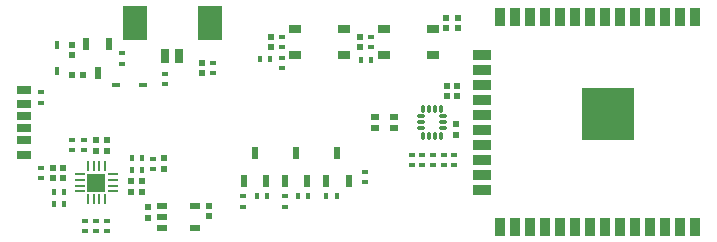
<source format=gtp>
G04*
G04 #@! TF.GenerationSoftware,Altium Limited,Altium Designer,21.0.9 (235)*
G04*
G04 Layer_Color=255*
%FSTAX24Y24*%
%MOIN*%
G70*
G04*
G04 #@! TF.SameCoordinates,F3794B47-591B-43CD-9A24-B45F9C40A272*
G04*
G04*
G04 #@! TF.FilePolarity,Positive*
G04*
G01*
G75*
%ADD21R,0.0591X0.0591*%
%ADD22O,0.0098X0.0354*%
%ADD23O,0.0354X0.0098*%
%ADD24R,0.0315X0.0217*%
%ADD25R,0.0374X0.0236*%
%ADD26R,0.0472X0.0299*%
%ADD27R,0.0472X0.0315*%
%ADD28R,0.0315X0.0512*%
%ADD29R,0.0827X0.1181*%
G04:AMPARAMS|DCode=30|XSize=24mil|YSize=11.8mil|CornerRadius=3mil|HoleSize=0mil|Usage=FLASHONLY|Rotation=90.000|XOffset=0mil|YOffset=0mil|HoleType=Round|Shape=RoundedRectangle|*
%AMROUNDEDRECTD30*
21,1,0.0240,0.0059,0,0,90.0*
21,1,0.0181,0.0118,0,0,90.0*
1,1,0.0059,0.0030,0.0091*
1,1,0.0059,0.0030,-0.0091*
1,1,0.0059,-0.0030,-0.0091*
1,1,0.0059,-0.0030,0.0091*
%
%ADD30ROUNDEDRECTD30*%
G04:AMPARAMS|DCode=31|XSize=24mil|YSize=11.8mil|CornerRadius=3mil|HoleSize=0mil|Usage=FLASHONLY|Rotation=180.000|XOffset=0mil|YOffset=0mil|HoleType=Round|Shape=RoundedRectangle|*
%AMROUNDEDRECTD31*
21,1,0.0240,0.0059,0,0,180.0*
21,1,0.0181,0.0118,0,0,180.0*
1,1,0.0059,-0.0091,0.0030*
1,1,0.0059,0.0091,0.0030*
1,1,0.0059,0.0091,-0.0030*
1,1,0.0059,-0.0091,-0.0030*
%
%ADD31ROUNDEDRECTD31*%
%ADD32R,0.1772X0.1772*%
%ADD33R,0.0354X0.0591*%
%ADD34R,0.0591X0.0354*%
%ADD35R,0.0177X0.0217*%
%ADD36R,0.0217X0.0177*%
%ADD37R,0.0201X0.0201*%
%ADD38R,0.0201X0.0201*%
%ADD39R,0.0413X0.0256*%
%ADD40R,0.0236X0.0394*%
%ADD41R,0.0177X0.0315*%
%ADD42R,0.0315X0.0177*%
D21*
X020315Y019646D02*
D03*
D22*
X02002Y020197D02*
D03*
X020217D02*
D03*
X020413D02*
D03*
X02061D02*
D03*
Y019094D02*
D03*
X020413D02*
D03*
X020217D02*
D03*
X02002D02*
D03*
D23*
X020866Y019941D02*
D03*
Y019744D02*
D03*
Y019547D02*
D03*
Y01935D02*
D03*
X019764D02*
D03*
Y019547D02*
D03*
Y019744D02*
D03*
Y019941D02*
D03*
D24*
X029606Y021831D02*
D03*
Y021476D02*
D03*
X030236D02*
D03*
Y021831D02*
D03*
D25*
X022501Y018874D02*
D03*
Y0185D02*
D03*
Y018126D02*
D03*
X023584D02*
D03*
Y018874D02*
D03*
D26*
X017904Y021055D02*
D03*
Y022252D02*
D03*
Y02185D02*
D03*
Y021457D02*
D03*
D27*
Y020571D02*
D03*
Y022736D02*
D03*
D28*
X022589Y023868D02*
D03*
X023081D02*
D03*
D29*
X021585Y024951D02*
D03*
X024085D02*
D03*
D30*
X031201Y021197D02*
D03*
X031398D02*
D03*
X031594D02*
D03*
X031791D02*
D03*
Y02211D02*
D03*
X031594D02*
D03*
X031398D02*
D03*
X031201D02*
D03*
D31*
X031854Y021457D02*
D03*
Y021654D02*
D03*
Y02185D02*
D03*
X031138D02*
D03*
Y021654D02*
D03*
Y021457D02*
D03*
D32*
X03737Y021921D02*
D03*
D33*
X03376Y025157D02*
D03*
X04026Y018154D02*
D03*
X03976D02*
D03*
X03926D02*
D03*
X03876D02*
D03*
X03826D02*
D03*
X03776D02*
D03*
X03726D02*
D03*
X03676D02*
D03*
X03626D02*
D03*
X03576D02*
D03*
X03526Y018154D02*
D03*
X03476Y018154D02*
D03*
X03426D02*
D03*
X03376D02*
D03*
X03426Y025157D02*
D03*
X03476Y025157D02*
D03*
X03526Y025157D02*
D03*
X03576D02*
D03*
X03626D02*
D03*
X03676D02*
D03*
X03726Y025157D02*
D03*
X03776Y025157D02*
D03*
X03826D02*
D03*
X03876D02*
D03*
X03926D02*
D03*
X03976Y025157D02*
D03*
X04026Y025157D02*
D03*
D34*
X033169Y019406D02*
D03*
Y019906D02*
D03*
Y020406D02*
D03*
Y020906D02*
D03*
Y021406D02*
D03*
Y021906D02*
D03*
Y022406D02*
D03*
Y022906D02*
D03*
Y023406D02*
D03*
Y023906D02*
D03*
D35*
X02798Y019213D02*
D03*
X02832D02*
D03*
X021824Y020079D02*
D03*
X021484D02*
D03*
X018885Y018937D02*
D03*
X019225D02*
D03*
X018885Y019331D02*
D03*
X019225D02*
D03*
X029461Y02374D02*
D03*
X029121D02*
D03*
X025657Y019213D02*
D03*
X025997D02*
D03*
X027375D02*
D03*
X027035D02*
D03*
X021484Y020472D02*
D03*
X021824D02*
D03*
X026115Y02378D02*
D03*
X025775D02*
D03*
D36*
X019921Y018019D02*
D03*
Y018359D02*
D03*
X020315Y018019D02*
D03*
Y018359D02*
D03*
X020669Y018019D02*
D03*
Y018359D02*
D03*
X019882Y021076D02*
D03*
Y020736D02*
D03*
X019488Y021076D02*
D03*
Y020736D02*
D03*
X029449Y024501D02*
D03*
Y024161D02*
D03*
X026496Y023792D02*
D03*
Y023452D02*
D03*
Y024501D02*
D03*
Y024161D02*
D03*
X032244Y020564D02*
D03*
Y020224D02*
D03*
X03189Y020564D02*
D03*
Y020224D02*
D03*
X031535D02*
D03*
Y020564D02*
D03*
X031181Y020224D02*
D03*
Y020564D02*
D03*
X030827Y020224D02*
D03*
Y020564D02*
D03*
X029252Y019673D02*
D03*
Y020013D02*
D03*
X018465Y019791D02*
D03*
Y020131D02*
D03*
X022205Y020446D02*
D03*
Y020106D02*
D03*
X025197Y019186D02*
D03*
Y018846D02*
D03*
X024213Y023295D02*
D03*
Y023635D02*
D03*
X022598Y02294D02*
D03*
Y02328D02*
D03*
X021181Y02361D02*
D03*
Y02395D02*
D03*
X018465Y02231D02*
D03*
Y02265D02*
D03*
X026614Y018846D02*
D03*
Y019186D02*
D03*
D37*
X021476Y019331D02*
D03*
X021831D02*
D03*
X021476Y019685D02*
D03*
X021831D02*
D03*
X02065Y020709D02*
D03*
X020295D02*
D03*
X02065Y021063D02*
D03*
X020295D02*
D03*
X032343Y022874D02*
D03*
X031988D02*
D03*
X032343Y02252D02*
D03*
X031988D02*
D03*
X019508Y023228D02*
D03*
X019862D02*
D03*
D38*
X019213Y019783D02*
D03*
Y020138D02*
D03*
X018858Y019783D02*
D03*
Y020138D02*
D03*
X031969Y025138D02*
D03*
Y024783D02*
D03*
X032362Y025138D02*
D03*
Y024783D02*
D03*
X029094Y024508D02*
D03*
Y024154D02*
D03*
X026142Y024508D02*
D03*
Y024154D02*
D03*
X032283Y021594D02*
D03*
Y02124D02*
D03*
X024066Y01852D02*
D03*
Y018874D02*
D03*
X022559Y020098D02*
D03*
Y020453D02*
D03*
X023819Y023287D02*
D03*
Y023642D02*
D03*
X022019Y01848D02*
D03*
Y018835D02*
D03*
X019513Y023893D02*
D03*
Y024247D02*
D03*
D39*
X029892Y024754D02*
D03*
X031526D02*
D03*
X029892Y023907D02*
D03*
X031526D02*
D03*
X026939Y024754D02*
D03*
X028573D02*
D03*
X026939Y023907D02*
D03*
X028573D02*
D03*
D40*
X028346Y02063D02*
D03*
X02872Y019685D02*
D03*
X027972D02*
D03*
X026594D02*
D03*
X027343D02*
D03*
X026969Y02063D02*
D03*
X025591D02*
D03*
X025965Y019685D02*
D03*
X025217D02*
D03*
X020728Y024252D02*
D03*
X01998D02*
D03*
X020354Y023307D02*
D03*
D41*
X019001Y024237D02*
D03*
Y023351D02*
D03*
D42*
X020974Y022913D02*
D03*
X02186D02*
D03*
M02*

</source>
